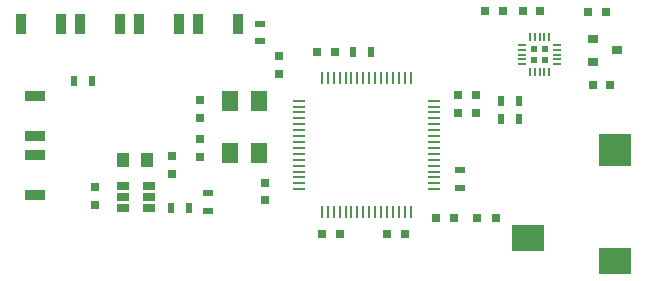
<source format=gtp>
G04 #@! TF.FileFunction,Paste,Top*
%FSLAX46Y46*%
G04 Gerber Fmt 4.6, Leading zero omitted, Abs format (unit mm)*
G04 Created by KiCad (PCBNEW 4.0.7-e0-6372~58~ubuntu16.10.1) date Sun Jan  7 20:34:22 2018*
%MOMM*%
%LPD*%
G01*
G04 APERTURE LIST*
%ADD10C,0.100000*%
%ADD11R,0.750000X0.800000*%
%ADD12R,0.800000X0.750000*%
%ADD13R,1.000000X1.250000*%
%ADD14R,0.500000X0.900000*%
%ADD15R,0.900000X0.500000*%
%ADD16R,1.060000X0.650000*%
%ADD17O,0.750000X0.200000*%
%ADD18O,0.200000X0.750000*%
%ADD19R,0.555000X0.555000*%
%ADD20R,1.000000X0.250000*%
%ADD21R,0.250000X1.000000*%
%ADD22R,2.800000X2.200000*%
%ADD23R,2.800000X2.800000*%
%ADD24R,1.399540X1.800860*%
%ADD25R,0.900000X0.800000*%
%ADD26R,0.900000X1.700000*%
%ADD27R,1.700000X0.900000*%
%ADD28R,0.800000X0.800000*%
G04 APERTURE END LIST*
D10*
D11*
X137790000Y-100020000D03*
X137790000Y-98520000D03*
D12*
X164020000Y-102500000D03*
X162520000Y-102500000D03*
D11*
X153350000Y-88920000D03*
X153350000Y-87420000D03*
X144320000Y-97390000D03*
X144320000Y-95890000D03*
D12*
X157010000Y-102460000D03*
X158510000Y-102460000D03*
X168148000Y-101092000D03*
X166648000Y-101092000D03*
X170050000Y-90730000D03*
X168550000Y-90730000D03*
X158090000Y-87070000D03*
X156590000Y-87070000D03*
D13*
X142190000Y-96220000D03*
X140190000Y-96220000D03*
D14*
X159655000Y-87045000D03*
X161155000Y-87045000D03*
D15*
X147340000Y-99010000D03*
X147340000Y-100510000D03*
D14*
X144250000Y-100290000D03*
X145750000Y-100290000D03*
D16*
X140190000Y-98370000D03*
X140190000Y-99320000D03*
X140190000Y-100270000D03*
X142390000Y-100270000D03*
X142390000Y-98370000D03*
X142390000Y-99320000D03*
D11*
X146640000Y-92650000D03*
X146640000Y-91150000D03*
X146640000Y-95910000D03*
X146640000Y-94410000D03*
D12*
X170010000Y-92220000D03*
X168510000Y-92220000D03*
X181050000Y-83660000D03*
X179550000Y-83660000D03*
X172330000Y-83590000D03*
X170830000Y-83590000D03*
X173990000Y-83590000D03*
X175490000Y-83590000D03*
D15*
X151790000Y-84650000D03*
X151790000Y-86150000D03*
D14*
X172180000Y-92760000D03*
X173680000Y-92760000D03*
X172180000Y-91190000D03*
X173680000Y-91190000D03*
D17*
X176927500Y-88072500D03*
X176927500Y-87672500D03*
X176927500Y-87272500D03*
X176927500Y-86872500D03*
X176927500Y-86472500D03*
D18*
X176227500Y-85772500D03*
X175827500Y-85772500D03*
X175427500Y-85772500D03*
X175027500Y-85772500D03*
X174627500Y-85772500D03*
D17*
X173927500Y-86472500D03*
X173927500Y-86872500D03*
X173927500Y-87272500D03*
X173927500Y-87672500D03*
X173927500Y-88072500D03*
D18*
X174627500Y-88772500D03*
X175027500Y-88772500D03*
X175427500Y-88772500D03*
X175827500Y-88772500D03*
X176227500Y-88772500D03*
D19*
X174965000Y-86810000D03*
X174965000Y-87735000D03*
X175890000Y-86810000D03*
X175890000Y-87735000D03*
D20*
X155055000Y-91170000D03*
X155055000Y-91670000D03*
X155055000Y-92170000D03*
X155055000Y-92670000D03*
X155055000Y-93170000D03*
X155055000Y-93670000D03*
X155055000Y-94170000D03*
X155055000Y-94670000D03*
X155055000Y-95170000D03*
X155055000Y-95670000D03*
X155055000Y-96170000D03*
X155055000Y-96670000D03*
X155055000Y-97170000D03*
X155055000Y-97670000D03*
X155055000Y-98170000D03*
X155055000Y-98670000D03*
D21*
X157005000Y-100620000D03*
X157505000Y-100620000D03*
X158005000Y-100620000D03*
X158505000Y-100620000D03*
X159005000Y-100620000D03*
X159505000Y-100620000D03*
X160005000Y-100620000D03*
X160505000Y-100620000D03*
X161005000Y-100620000D03*
X161505000Y-100620000D03*
X162005000Y-100620000D03*
X162505000Y-100620000D03*
X163005000Y-100620000D03*
X163505000Y-100620000D03*
X164005000Y-100620000D03*
X164505000Y-100620000D03*
D20*
X166455000Y-98670000D03*
X166455000Y-98170000D03*
X166455000Y-97670000D03*
X166455000Y-97170000D03*
X166455000Y-96670000D03*
X166455000Y-96170000D03*
X166455000Y-95670000D03*
X166455000Y-95170000D03*
X166455000Y-94670000D03*
X166455000Y-94170000D03*
X166455000Y-93670000D03*
X166455000Y-93170000D03*
X166455000Y-92670000D03*
X166455000Y-92170000D03*
X166455000Y-91670000D03*
X166455000Y-91170000D03*
D21*
X164505000Y-89220000D03*
X164005000Y-89220000D03*
X163505000Y-89220000D03*
X163005000Y-89220000D03*
X162505000Y-89220000D03*
X162005000Y-89220000D03*
X161505000Y-89220000D03*
X161005000Y-89220000D03*
X160505000Y-89220000D03*
X160005000Y-89220000D03*
X159505000Y-89220000D03*
X159005000Y-89220000D03*
X158505000Y-89220000D03*
X158005000Y-89220000D03*
X157505000Y-89220000D03*
X157005000Y-89220000D03*
D22*
X181820000Y-104770000D03*
X174420000Y-102770000D03*
D23*
X181820000Y-95370000D03*
D24*
X151638880Y-95619640D03*
X151638880Y-91220360D03*
X149241120Y-91220360D03*
X149241120Y-95619640D03*
D12*
X181420000Y-89810000D03*
X179920000Y-89810000D03*
D25*
X179960000Y-85970000D03*
X179960000Y-87870000D03*
X181960000Y-86920000D03*
D11*
X152210000Y-99610000D03*
X152210000Y-98110000D03*
D26*
X131500000Y-84640000D03*
X134900000Y-84640000D03*
X136500000Y-84640000D03*
X139900000Y-84640000D03*
X141500000Y-84640000D03*
X144900000Y-84640000D03*
X146490000Y-84640000D03*
X149890000Y-84640000D03*
D27*
X132750000Y-94200000D03*
X132750000Y-90800000D03*
X132740000Y-99190000D03*
X132740000Y-95790000D03*
D14*
X136050000Y-89480000D03*
X137550000Y-89480000D03*
D28*
X171704000Y-101092000D03*
X170104000Y-101092000D03*
D15*
X168656000Y-98528000D03*
X168656000Y-97028000D03*
M02*

</source>
